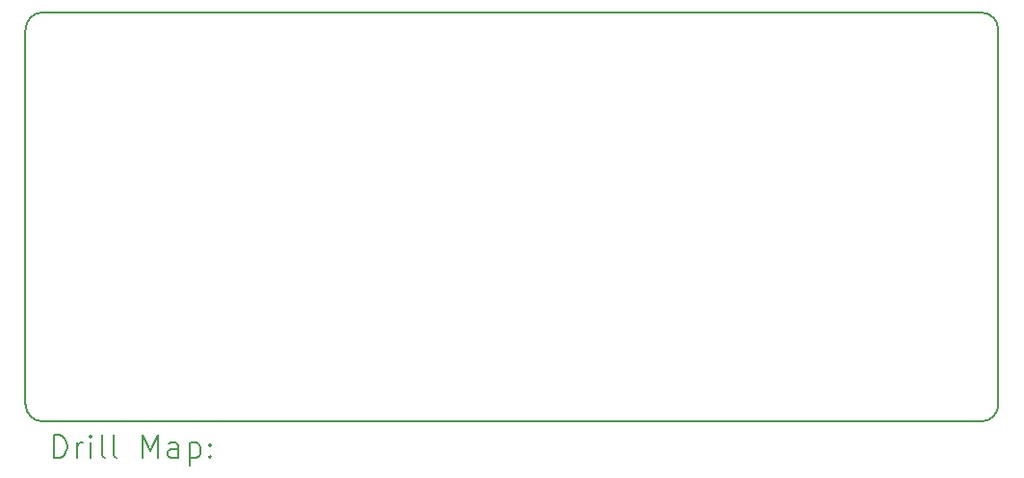
<source format=gbr>
%TF.GenerationSoftware,KiCad,Pcbnew,8.0.7*%
%TF.CreationDate,2025-08-07T00:00:54+05:30*%
%TF.ProjectId,Power_Supply,506f7765-725f-4537-9570-706c792e6b69,rev?*%
%TF.SameCoordinates,Original*%
%TF.FileFunction,Drillmap*%
%TF.FilePolarity,Positive*%
%FSLAX45Y45*%
G04 Gerber Fmt 4.5, Leading zero omitted, Abs format (unit mm)*
G04 Created by KiCad (PCBNEW 8.0.7) date 2025-08-07 00:00:54*
%MOMM*%
%LPD*%
G01*
G04 APERTURE LIST*
%ADD10C,0.200000*%
G04 APERTURE END LIST*
D10*
X18500000Y-9950000D02*
G75*
G02*
X18350000Y-10100000I-150000J0D01*
G01*
X18350000Y-6500000D02*
G75*
G02*
X18500000Y-6650000I0J-150000D01*
G01*
X10100000Y-10100000D02*
G75*
G02*
X9950000Y-9950000I0J150000D01*
G01*
X9950000Y-6650000D02*
G75*
G02*
X10100000Y-6500000I150000J0D01*
G01*
X10100000Y-6500000D02*
X18350000Y-6500000D01*
X18500000Y-6650000D02*
X18500000Y-9950000D01*
X18350000Y-10100000D02*
X10100000Y-10100000D01*
X9950000Y-9950000D02*
X9950000Y-6650000D01*
X10200777Y-10421484D02*
X10200777Y-10221484D01*
X10200777Y-10221484D02*
X10248396Y-10221484D01*
X10248396Y-10221484D02*
X10276967Y-10231008D01*
X10276967Y-10231008D02*
X10296015Y-10250055D01*
X10296015Y-10250055D02*
X10305539Y-10269103D01*
X10305539Y-10269103D02*
X10315063Y-10307198D01*
X10315063Y-10307198D02*
X10315063Y-10335770D01*
X10315063Y-10335770D02*
X10305539Y-10373865D01*
X10305539Y-10373865D02*
X10296015Y-10392912D01*
X10296015Y-10392912D02*
X10276967Y-10411960D01*
X10276967Y-10411960D02*
X10248396Y-10421484D01*
X10248396Y-10421484D02*
X10200777Y-10421484D01*
X10400777Y-10421484D02*
X10400777Y-10288150D01*
X10400777Y-10326246D02*
X10410301Y-10307198D01*
X10410301Y-10307198D02*
X10419824Y-10297674D01*
X10419824Y-10297674D02*
X10438872Y-10288150D01*
X10438872Y-10288150D02*
X10457920Y-10288150D01*
X10524586Y-10421484D02*
X10524586Y-10288150D01*
X10524586Y-10221484D02*
X10515063Y-10231008D01*
X10515063Y-10231008D02*
X10524586Y-10240531D01*
X10524586Y-10240531D02*
X10534110Y-10231008D01*
X10534110Y-10231008D02*
X10524586Y-10221484D01*
X10524586Y-10221484D02*
X10524586Y-10240531D01*
X10648396Y-10421484D02*
X10629348Y-10411960D01*
X10629348Y-10411960D02*
X10619824Y-10392912D01*
X10619824Y-10392912D02*
X10619824Y-10221484D01*
X10753158Y-10421484D02*
X10734110Y-10411960D01*
X10734110Y-10411960D02*
X10724586Y-10392912D01*
X10724586Y-10392912D02*
X10724586Y-10221484D01*
X10981729Y-10421484D02*
X10981729Y-10221484D01*
X10981729Y-10221484D02*
X11048396Y-10364341D01*
X11048396Y-10364341D02*
X11115063Y-10221484D01*
X11115063Y-10221484D02*
X11115063Y-10421484D01*
X11296015Y-10421484D02*
X11296015Y-10316722D01*
X11296015Y-10316722D02*
X11286491Y-10297674D01*
X11286491Y-10297674D02*
X11267443Y-10288150D01*
X11267443Y-10288150D02*
X11229348Y-10288150D01*
X11229348Y-10288150D02*
X11210301Y-10297674D01*
X11296015Y-10411960D02*
X11276967Y-10421484D01*
X11276967Y-10421484D02*
X11229348Y-10421484D01*
X11229348Y-10421484D02*
X11210301Y-10411960D01*
X11210301Y-10411960D02*
X11200777Y-10392912D01*
X11200777Y-10392912D02*
X11200777Y-10373865D01*
X11200777Y-10373865D02*
X11210301Y-10354817D01*
X11210301Y-10354817D02*
X11229348Y-10345293D01*
X11229348Y-10345293D02*
X11276967Y-10345293D01*
X11276967Y-10345293D02*
X11296015Y-10335770D01*
X11391253Y-10288150D02*
X11391253Y-10488150D01*
X11391253Y-10297674D02*
X11410301Y-10288150D01*
X11410301Y-10288150D02*
X11448396Y-10288150D01*
X11448396Y-10288150D02*
X11467443Y-10297674D01*
X11467443Y-10297674D02*
X11476967Y-10307198D01*
X11476967Y-10307198D02*
X11486491Y-10326246D01*
X11486491Y-10326246D02*
X11486491Y-10383389D01*
X11486491Y-10383389D02*
X11476967Y-10402436D01*
X11476967Y-10402436D02*
X11467443Y-10411960D01*
X11467443Y-10411960D02*
X11448396Y-10421484D01*
X11448396Y-10421484D02*
X11410301Y-10421484D01*
X11410301Y-10421484D02*
X11391253Y-10411960D01*
X11572205Y-10402436D02*
X11581729Y-10411960D01*
X11581729Y-10411960D02*
X11572205Y-10421484D01*
X11572205Y-10421484D02*
X11562682Y-10411960D01*
X11562682Y-10411960D02*
X11572205Y-10402436D01*
X11572205Y-10402436D02*
X11572205Y-10421484D01*
X11572205Y-10297674D02*
X11581729Y-10307198D01*
X11581729Y-10307198D02*
X11572205Y-10316722D01*
X11572205Y-10316722D02*
X11562682Y-10307198D01*
X11562682Y-10307198D02*
X11572205Y-10297674D01*
X11572205Y-10297674D02*
X11572205Y-10316722D01*
M02*

</source>
